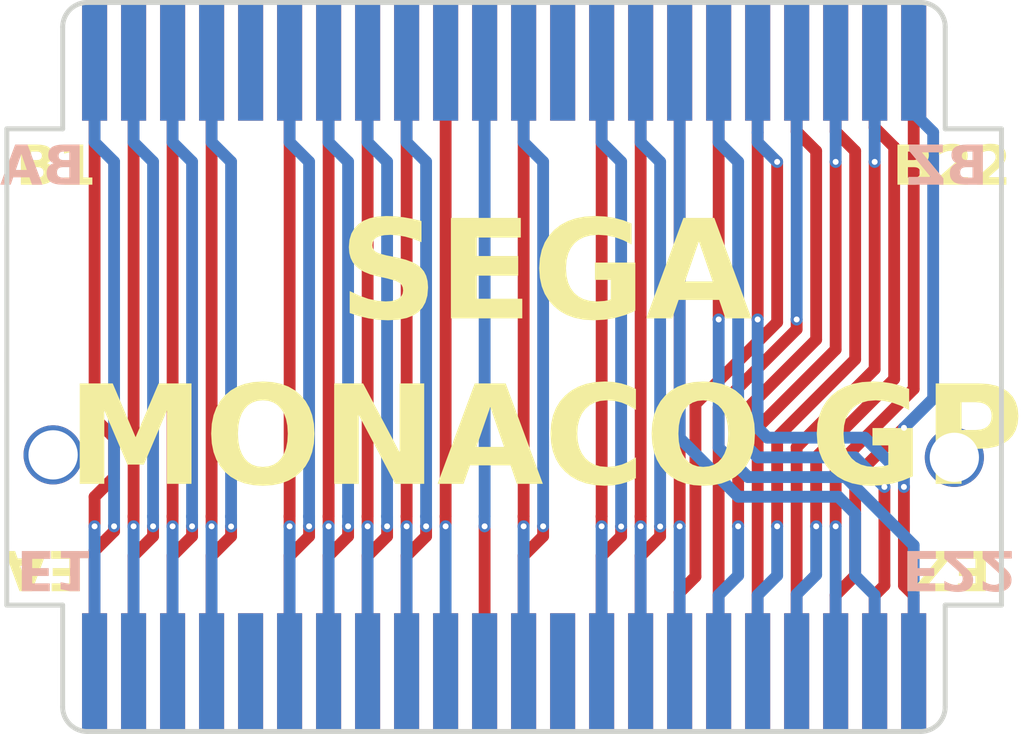
<source format=kicad_pcb>
(kicad_pcb (version 20241229) (generator "pcbnew") (generator_version "9.0")
  (layers (0 "F.Cu" signal) (2 "B.Cu" signal) (13 "F.Paste" user) (15 "B.Paste" user) (5 "F.SilkS" user "F.Silkscreen") (7 "B.SilkS" user "B.Silkscreen") (1 "F.Mask" user) (3 "B.Mask" user) (25 "Edge.Cuts" user))
  (net 0 "")
  (net 1 "/X22")
  (net 2 "/X21")
  (net 3 "/X37")
  (net 4 "/X12")
  (net 7 "/X23")
  (net 9 "/X18")
  (net 10 "/X36")
  (net 11 "/X31")
  (net 12 "/X42")
  (net 13 "/X1")
  (net 14 "/X41")
  (net 15 "/X39")
  (net 16 "/X9")
  (net 17 "/X19")
  (net 18 "/X43")
  (net 19 "/X44")
  (net 21 "/X3")
  (net 22 "/X28")
  (net 23 "/X24")
  (net 24 "/X34")
  (net 25 "/X14")
  (net 26 "/X38")
  (net 27 "/X20")
  (net 28 "/X40")
  (net 29 "/X30")
  (net 30 "/X10")
  (net 31 "/X4")
  (net 32 "/X6")
  (net 34 "/X33")
  (net 36 "/X17")
  (net 37 "/X25")
  (net 38 "/X29")
  (net 39 "/X2")
  (net 40 "/X15")
  (net 41 "/X8")
  (net 42 "/X16")
  (net 43 "/X7")
  (net 45 "/X26")
  (footprint "Library:Edge2x22_3.95mm_bottom" (layer "F.Cu") (at 52.77 74.69)
    (property "Reference" "E1" (hide yes))
    (property "Value" "Conn_02x22_Top_Bottom")
    (fp_line (start -46.8 -2.5) (end -46.8 -12.83) (stroke (width 0.5)) (layer "Edge.Cuts"))
    (fp_line (start -44.3 0) (end 40.3 0) (stroke (width 0.5)) (layer "Edge.Cuts"))
    (fp_line (start 42.8 -2.5) (end 42.8 -12.83) (stroke (width 0.5)) (layer "Edge.Cuts"))
    (fp_arc (start -44.3 0) (mid -46.067767 -0.732233) (end -46.8 -2.5) (stroke (width 0.5)) (layer "Edge.Cuts"))
    (fp_arc (start 42.8 -2.5) (mid 42.067767 -0.732233) (end 40.3 0) (stroke (width 0.5)) (layer "Edge.Cuts"))
    (pad "1" connect rect (at -43.56 -6) (size 2.54 12) (layers "B.Cu" "B.Mask") (net 13 "/X1"))
    (pad "2" connect rect (at -39.6 -6) (size 2.54 12) (layers "B.Cu" "B.Mask") (net 39 "/X2"))
    (pad "3" connect rect (at -35.64 -6) (size 2.54 12) (layers "B.Cu" "B.Mask") (net 21 "/X3"))
    (pad "4" connect rect (at -31.68 -6) (size 2.54 12) (layers "B.Cu" "B.Mask") (net 31 "/X4"))
    (pad "5" connect rect (at -27.72 -6) (size 2.54 12) (layers "B.Cu" "B.Mask"))
    (pad "6" connect rect (at -23.76 -6) (size 2.54 12) (layers "B.Cu" "B.Mask") (net 32 "/X6"))
    (pad "7" connect rect (at -19.8 -6) (size 2.54 12) (layers "B.Cu" "B.Mask") (net 43 "/X7"))
    (pad "8" connect rect (at -15.84 -6) (size 2.54 12) (layers "B.Cu" "B.Mask") (net 41 "/X8"))
    (pad "9" connect rect (at -11.88 -6) (size 2.54 12) (layers "B.Cu" "B.Mask") (net 16 "/X9"))
    (pad "10" connect rect (at -7.92 -6) (size 2.54 12) (layers "B.Cu" "B.Mask") (net 30 "/X10"))
    (pad "11" connect rect (at -3.96 -6) (size 2.54 12) (layers "B.Cu" "B.Mask"))
    (pad "12" connect rect (at 0 -6) (size 2.54 12) (layers "B.Cu" "B.Mask") (net 4 "/X12"))
    (pad "13" connect rect (at 3.96 -6) (size 2.54 12) (layers "B.Cu" "B.Mask"))
    (pad "14" connect rect (at 7.92 -6) (size 2.54 12) (layers "B.Cu" "B.Mask") (net 25 "/X14"))
    (pad "15" connect rect (at 11.88 -6) (size 2.54 12) (layers "B.Cu" "B.Mask") (net 40 "/X15"))
    (pad "16" connect rect (at 15.84 -6) (size 2.54 12) (layers "B.Cu" "B.Mask") (net 42 "/X16"))
    (pad "17" connect rect (at 19.8 -6) (size 2.54 12) (layers "B.Cu" "B.Mask") (net 36 "/X17"))
    (pad "18" connect rect (at 23.76 -6) (size 2.54 12) (layers "B.Cu" "B.Mask") (net 9 "/X18"))
    (pad "19" connect rect (at 27.72 -6) (size 2.54 12) (layers "B.Cu" "B.Mask") (net 17 "/X19"))
    (pad "20" connect rect (at 31.68 -6) (size 2.54 12) (layers "B.Cu" "B.Mask") (net 27 "/X20"))
    (pad "21" connect rect (at 35.64 -6) (size 2.54 12) (layers "B.Cu" "B.Mask") (net 2 "/X21"))
    (pad "22" connect rect (at 39.6 -6) (size 2.54 12) (layers "B.Cu" "B.Mask") (net 1 "/X22"))
    (pad "23" connect rect (at -43.56 -6) (size 2.54 12) (layers "F.Cu" "F.Mask") (net 7 "/X23"))
    (pad "24" connect rect (at -39.6 -6) (size 2.54 12) (layers "F.Cu" "F.Mask") (net 23 "/X24"))
    (pad "25" connect rect (at -35.64 -6) (size 2.54 12) (layers "F.Cu" "F.Mask") (net 37 "/X25"))
    (pad "26" connect rect (at -31.68 -6) (size 2.54 12) (layers "F.Cu" "F.Mask") (net 45 "/X26"))
    (pad "27" connect rect (at -27.72 -6) (size 2.54 12) (layers "F.Cu" "F.Mask"))
    (pad "28" connect rect (at -23.76 -6) (size 2.54 12) (layers "F.Cu" "F.Mask") (net 22 "/X28"))
    (pad "29" connect rect (at -19.8 -6) (size 2.54 12) (layers "F.Cu" "F.Mask") (net 38 "/X29"))
    (pad "30" connect rect (at -15.84 -6) (size 2.54 12) (layers "F.Cu" "F.Mask") (net 29 "/X30"))
    (pad "31" connect rect (at -11.88 -6) (size 2.54 12) (layers "F.Cu" "F.Mask") (net 11 "/X31"))
    (pad "32" connect rect (at -7.92 -6) (size 2.54 12) (layers "F.Cu" "F.Mask"))
    (pad "33" connect rect (at -3.96 -6) (size 2.54 12) (layers "F.Cu" "F.Mask") (net 34 "/X33"))
    (pad "34" connect rect (at 0 -6) (size 2.54 12) (layers "F.Cu" "F.Mask") (net 24 "/X34"))
    (pad "35" connect rect (at 3.96 -6) (size 2.54 12) (layers "F.Cu" "F.Mask"))
    (pad "36" connect rect (at 7.92 -6) (size 2.54 12) (layers "F.Cu" "F.Mask") (net 10 "/X36"))
    (pad "37" connect rect (at 11.88 -6) (size 2.54 12) (layers "F.Cu" "F.Mask") (net 3 "/X37"))
    (pad "38" connect rect (at 15.84 -6) (size 2.54 12) (layers "F.Cu" "F.Mask") (net 26 "/X38"))
    (pad "39" connect rect (at 19.8 -6) (size 2.54 12) (layers "F.Cu" "F.Mask") (net 15 "/X39"))
    (pad "40" connect rect (at 23.76 -6) (size 2.54 12) (layers "F.Cu" "F.Mask") (net 28 "/X40"))
    (pad "41" connect rect (at 27.72 -6) (size 2.54 12) (layers "F.Cu" "F.Mask") (net 14 "/X41"))
    (pad "42" connect rect (at 31.68 -6) (size 2.54 12) (layers "F.Cu" "F.Mask") (net 12 "/X42"))
    (pad "43" connect rect (at 35.64 -6) (size 2.54 12) (layers "F.Cu" "F.Mask") (net 18 "/X43"))
    (pad "44" connect rect (at 39.6 -6) (size 2.54 12) (layers "F.Cu" "F.Mask") (net 19 "/X44"))
  )
  (footprint "Library:Edge2x22_3.95mm_top" (layer "F.Cu") (at 52.773 12.677)
    (property "Reference" "B1" (hide yes))
    (property "Value" "Conn_02x22_Top_Bottom" (hide yes))
    (fp_line (start -46.8 -9.5) (end -46.8 0.83) (stroke (width 0.5)) (layer "Edge.Cuts"))
    (fp_line (start -44.3 -12) (end 40.3 -12) (stroke (width 0.5)) (layer "Edge.Cuts"))
    (fp_line (start 42.8 -9.5) (end 42.8 0.83) (stroke (width 0.5)) (layer "Edge.Cuts"))
    (fp_arc (start -46.8 -9.5) (mid -46.067767 -11.267767) (end -44.3 -12) (stroke (width 0.5)) (layer "Edge.Cuts"))
    (fp_arc (start 40.3 -12) (mid 42.067767 -11.267767) (end 42.8 -9.5) (stroke (width 0.5)) (layer "Edge.Cuts"))
    (pad "1" connect rect (at -43.56 -6) (size 2.54 12) (layers "F.Cu" "F.Mask") (net 13 "/X1"))
    (pad "2" connect rect (at -39.6 -6) (size 2.54 12) (layers "F.Cu" "F.Mask") (net 39 "/X2"))
    (pad "3" connect rect (at -35.64 -6) (size 2.54 12) (layers "F.Cu" "F.Mask") (net 21 "/X3"))
    (pad "4" connect rect (at -31.68 -6) (size 2.54 12) (layers "F.Cu" "F.Mask") (net 31 "/X4"))
    (pad "5" connect rect (at -27.72 -6) (size 2.54 12) (layers "F.Cu" "F.Mask"))
    (pad "6" connect rect (at -23.76 -6) (size 2.54 12) (layers "F.Cu" "F.Mask") (net 32 "/X6"))
    (pad "7" connect rect (at -19.8 -6) (size 2.54 12) (layers "F.Cu" "F.Mask") (net 43 "/X7"))
    (pad "8" connect rect (at -15.84 -6) (size 2.54 12) (layers "F.Cu" "F.Mask") (net 41 "/X8"))
    (pad "9" connect rect (at -11.88 -6) (size 2.54 12) (layers "F.Cu" "F.Mask") (net 16 "/X9"))
    (pad "10" connect rect (at -7.92 -6) (size 2.54 12) (layers "F.Cu" "F.Mask") (net 30 "/X10"))
    (pad "11" connect rect (at -3.96 -6) (size 2.54 12) (layers "F.Cu" "F.Mask"))
    (pad "12" connect rect (at 0 -6) (size 2.54 12) (layers "F.Cu" "F.Mask") (net 4 "/X12"))
    (pad "13" connect rect (at 3.96 -6) (size 2.54 12) (layers "F.Cu" "F.Mask"))
    (pad "14" connect rect (at 7.92 -6) (size 2.54 12) (layers "F.Cu" "F.Mask") (net 25 "/X14"))
    (pad "15" connect rect (at 11.88 -6) (size 2.54 12) (layers "F.Cu" "F.Mask") (net 40 "/X15"))
    (pad "16" connect rect (at 15.84 -6) (size 2.54 12) (layers "F.Cu" "F.Mask") (net 42 "/X16"))
    (pad "17" connect rect (at 19.8 -6) (size 2.54 12) (layers "F.Cu" "F.Mask") (net 1 "/X22"))
    (pad "18" connect rect (at 23.76 -6) (size 2.54 12) (layers "F.Cu" "F.Mask") (net 19 "/X44"))
    (pad "19" connect rect (at 27.72 -6) (size 2.54 12) (layers "F.Cu" "F.Mask") (net 36 "/X17"))
    (pad "20" connect rect (at 31.68 -6) (size 2.54 12) (layers "F.Cu" "F.Mask") (net 9 "/X18"))
    (pad "21" connect rect (at 35.64 -6) (size 2.54 12) (layers "F.Cu" "F.Mask") (net 17 "/X19"))
    (pad "22" connect rect (at 39.6 -6) (size 2.54 12) (layers "F.Cu" "F.Mask") (net 27 "/X20"))
    (pad "23" connect rect (at -43.56 -6) (size 2.54 12) (layers "B.Cu" "B.Mask") (net 7 "/X23"))
    (pad "24" connect rect (at -39.6 -6) (size 2.54 12) (layers "B.Cu" "B.Mask") (net 23 "/X24"))
    (pad "25" connect rect (at -35.64 -6) (size 2.54 12) (layers "B.Cu" "B.Mask") (net 37 "/X25"))
    (pad "26" connect rect (at -31.68 -6) (size 2.54 12) (layers "B.Cu" "B.Mask") (net 45 "/X26"))
    (pad "27" connect rect (at -27.72 -6) (size 2.54 12) (layers "B.Cu" "B.Mask"))
    (pad "28" connect rect (at -23.76 -6) (size 2.54 12) (layers "B.Cu" "B.Mask") (net 22 "/X28"))
    (pad "29" connect rect (at -19.8 -6) (size 2.54 12) (layers "B.Cu" "B.Mask") (net 38 "/X29"))
    (pad "30" connect rect (at -15.84 -6) (size 2.54 12) (layers "B.Cu" "B.Mask") (net 29 "/X30"))
    (pad "31" connect rect (at -11.88 -6) (size 2.54 12) (layers "B.Cu" "B.Mask") (net 11 "/X31"))
    (pad "32" connect rect (at -7.92 -6) (size 2.54 12) (layers "B.Cu" "B.Mask"))
    (pad "33" connect rect (at -3.96 -6) (size 2.54 12) (layers "B.Cu" "B.Mask") (net 34 "/X33"))
    (pad "34" connect rect (at 0 -6) (size 2.54 12) (layers "B.Cu" "B.Mask") (net 24 "/X34"))
    (pad "35" connect rect (at 3.96 -6) (size 2.54 12) (layers "B.Cu" "B.Mask"))
    (pad "36" connect rect (at 7.92 -6) (size 2.54 12) (layers "B.Cu" "B.Mask") (net 10 "/X36"))
    (pad "37" connect rect (at 11.88 -6) (size 2.54 12) (layers "B.Cu" "B.Mask") (net 3 "/X37"))
    (pad "38" connect rect (at 15.84 -6) (size 2.54 12) (layers "B.Cu" "B.Mask") (net 2 "/X21"))
    (pad "39" connect rect (at 19.8 -6) (size 2.54 12) (layers "B.Cu" "B.Mask") (net 18 "/X43"))
    (pad "40" connect rect (at 23.76 -6) (size 2.54 12) (layers "B.Cu" "B.Mask") (net 26 "/X38"))
    (pad "41" connect rect (at 27.72 -6) (size 2.54 12) (layers "B.Cu" "B.Mask") (net 15 "/X39"))
    (pad "42" connect rect (at 31.68 -6) (size 2.54 12) (layers "B.Cu" "B.Mask") (net 28 "/X40"))
    (pad "43" connect rect (at 35.64 -6) (size 2.54 12) (layers "B.Cu" "B.Mask") (net 14 "/X41"))
    (pad "44" connect rect (at 39.6 -6) (size 2.54 12) (layers "B.Cu" "B.Mask") (net 12 "/X42"))
  )
  (gr_line (start 95.573 13.507) (end 101.283 13.507) (stroke (width 0.5)) (layer "Edge.Cuts"))
  (gr_line (start 95.57 61.86) (end 101.28 61.86) (stroke (width 0.5)) (layer "Edge.Cuts"))
  (gr_line (start 5.973 13.507) (end 0.303 13.507) (stroke (width 0.5)) (layer "Edge.Cuts"))
  (gr_line (start 5.97 61.86) (end 0.3 61.86) (stroke (width 0.5)) (layer "Edge.Cuts"))
  (gr_line (start 0.303 13.507) (end 0.3 61.86) (stroke (width 0.5)) (layer "Edge.Cuts"))
  (gr_line (start 101.283 13.507) (end 101.28 61.86) (stroke (width 0.5)) (layer "Edge.Cuts"))
  (gr_text "SEGA\nMONACO GP" (at 55 37 0) (layer "F.SilkS") (effects (font (size 10 10) (thickness 1) (bold yes))))
  (gr_text "B1" (at 1.21 19.86 0) (layer "F.SilkS") (effects (font (size 4 4) (thickness 32) (bold yes)) (justify left bottom)))
  (gr_text "EA" (at 8.21 55.69 180) (layer "F.SilkS") (effects (font (size 4 4) (thickness 32) (bold yes)) (justify left bottom)))
  (gr_text "EZ" (at 100.21 55.69 180) (layer "F.SilkS") (effects (font (size 4 4) (thickness 32) (bold yes)) (justify left bottom)))
  (gr_text "B22" (at 90.21 19.86 0) (layer "F.SilkS") (effects (font (size 4 4) (thickness 32) (bold yes)) (justify left bottom)))
  (gr_text "BA" (at 8.21 19.86 0) (layer "B.SilkS") (effects (font (size 4 4) (thickness 1) (bold yes)) (justify left bottom mirror)))
  (gr_text "E22" (at 91.21 55.69 180) (layer "B.SilkS") (effects (font (size 4 4) (thickness 1) (bold yes)) (justify left bottom mirror)))
  (gr_text "BZ" (at 99.91 19.86 0) (layer "B.SilkS") (effects (font (size 4 4) (thickness 1) (bold yes)) (justify left bottom mirror)))
  (gr_text "E1" (at 1.31 55.69 180) (layer "B.SilkS") (effects (font (size 4 4) (thickness 1) (bold yes)) (justify left bottom mirror)))
  (via (at 5 46.607) (size 6) (drill 5) (layers "F.Cu" "B.Cu") (net 0))
  (via (at 96.5 46.86) (size 6) (drill 5) (layers "F.Cu" "B.Cu") (net 0))
  (segment (start 72.573 32.86) (end 72.573 6.677) (width 1.2) (layer "F.Cu") (net 1))
  (via (at 72.573 32.86) (size 1.2) (drill 0.6) (layers "F.Cu" "B.Cu") (net 1))
  (segment (start 92.37 55.79) (end 92.37 68.69) (width 1.2) (layer "B.Cu") (net 1))
  (segment (start 72.573 32.86) (end 72.573 45.883) (width 1.2) (layer "B.Cu") (net 1))
  (segment (start 75.55 48.86) (end 85.44 48.86) (width 1.2) (layer "B.Cu") (net 1))
  (segment (start 85.44 48.86) (end 92.37 55.79) (width 1.2) (layer "B.Cu") (net 1))
  (segment (start 72.573 45.883) (end 75.55 48.86) (width 1.2) (layer "B.Cu") (net 1))
  (segment (start 88.41 68.69) (end 88.41 60.85) (width 1.2) (layer "B.Cu") (net 2))
  (segment (start 74.57 50.86) (end 68.613 44.903) (width 1.2) (layer "B.Cu") (net 2))
  (segment (start 68.613 44.903) (end 68.613 6.677) (width 1.2) (layer "B.Cu") (net 2))
  (segment (start 84.714156 50.86) (end 74.57 50.86) (width 1.2) (layer "B.Cu") (net 2))
  (segment (start 86.43 58.87) (end 86.43 52.575844) (width 1.2) (layer "B.Cu") (net 2))
  (segment (start 86.43 52.575844) (end 84.714156 50.86) (width 1.2) (layer "B.Cu") (net 2))
  (segment (start 88.41 60.85) (end 86.43 58.87) (width 1.2) (layer "B.Cu") (net 2))
  (segment (start 66.63 54.875) (end 64.65 56.855) (width 1.2) (layer "F.Cu") (net 3))
  (segment (start 64.65 56.855) (end 64.65 68.69) (width 1.2) (layer "F.Cu") (net 3))
  (segment (start 66.63 53.88) (end 66.63 54.875) (width 1.2) (layer "F.Cu") (net 3))
  (via (at 66.63 53.88) (size 1.2) (drill 0.6) (layers "F.Cu" "B.Cu") (net 3))
  (segment (start 66.63 16.855) (end 64.653 14.878) (width 1.2) (layer "B.Cu") (net 3))
  (segment (start 64.653 14.878) (end 64.653 6.677) (width 1.2) (layer "B.Cu") (net 3))
  (segment (start 66.63 53.88) (end 66.63 16.855) (width 1.2) (layer "B.Cu") (net 3))
  (segment (start 52.77 53.86) (end 52.77 52.86) (width 1.2) (layer "F.Cu") (net 4))
  (segment (start 52.773 52.857) (end 52.773 6.677) (width 1.2) (layer "F.Cu") (net 4))
  (segment (start 52.77 52.86) (end 52.773 52.857) (width 1.2) (layer "F.Cu") (net 4))
  (via (at 52.77 53.86) (size 1.2) (drill 0.6) (layers "F.Cu" "B.Cu") (net 4))
  (segment (start 52.77 53.86) (end 52.77 68.69) (width 1.2) (layer "B.Cu") (net 4))
  (segment (start 9.21 56.35) (end 9.21 68.69) (width 1.2) (layer "F.Cu") (net 7))
  (segment (start 11.19 53.86) (end 11.19 54.37) (width 1.2) (layer "F.Cu") (net 7))
  (segment (start 11.19 54.37) (end 9.21 56.35) (width 1.2) (layer "F.Cu") (net 7))
  (via (at 11.19 53.86) (size 1.2) (drill 0.6) (layers "F.Cu" "B.Cu") (net 7))
  (segment (start 11.19 16.85) (end 9.213 14.873) (width 1.2) (layer "B.Cu") (net 7))
  (segment (start 9.213 14.873) (end 9.213 6.677) (width 1.2) (layer "B.Cu") (net 7))
  (segment (start 11.19 53.86) (end 11.19 16.85) (width 1.2) (layer "B.Cu") (net 7))
  (segment (start 86.43 36.91) (end 86.43 15.764) (width 1.2) (layer "F.Cu") (net 9))
  (segment (start 86.43 15.764) (end 84.453 13.787) (width 1.2) (layer "F.Cu") (net 9))
  (segment (start 84.453 13.787) (end 84.453 6.677) (width 1.2) (layer "F.Cu") (net 9))
  (segment (start 78.51 44.83) (end 86.43 36.91) (width 1.2) (layer "F.Cu") (net 9))
  (segment (start 78.51 53.86) (end 78.51 44.83) (width 1.2) (layer "F.Cu") (net 9))
  (via (at 78.51 53.86) (size 1.2) (drill 0.6) (layers "F.Cu" "B.Cu") (net 9))
  (segment (start 76.53 60.84) (end 76.53 68.69) (width 1.2) (layer "B.Cu") (net 9))
  (segment (start 78.51 58.86) (end 76.53 60.84) (width 1.2) (layer "B.Cu") (net 9))
  (segment (start 78.51 53.86) (end 78.51 58.86) (width 1.2) (layer "B.Cu") (net 9))
  (segment (start 62.67 53.88) (end 62.67 54.875) (width 1.2) (layer "F.Cu") (net 10))
  (segment (start 62.67 54.875) (end 60.69 56.855) (width 1.2) (layer "F.Cu") (net 10))
  (segment (start 60.69 56.855) (end 60.69 68.69) (width 1.2) (layer "F.Cu") (net 10))
  (via (at 62.67 53.88) (size 1.2) (drill 0.6) (layers "F.Cu" "B.Cu") (net 10))
  (segment (start 60.69 14.87) (end 60.69 6.86) (width 1.2) (layer "B.Cu") (net 10))
  (segment (start 60.693 6.857) (end 60.693 6.677) (width 1.2) (layer "B.Cu") (net 10))
  (segment (start 62.67 16.85) (end 60.69 14.87) (width 1.2) (layer "B.Cu") (net 10))
  (segment (start 62.67 53.88) (end 62.67 16.85) (width 1.2) (layer "B.Cu") (net 10))
  (segment (start 60.69 6.86) (end 60.693 6.857) (width 1.2) (layer "B.Cu") (net 10))
  (segment (start 40.89 56.855) (end 40.89 68.69) (width 1.2) (layer "F.Cu") (net 11))
  (segment (start 42.87 53.86) (end 42.87 54.875) (width 1.2) (layer "F.Cu") (net 11))
  (segment (start 42.87 54.875) (end 40.89 56.855) (width 1.2) (layer "F.Cu") (net 11))
  (via (at 42.87 53.86) (size 1.2) (drill 0.6) (layers "F.Cu" "B.Cu") (net 11))
  (segment (start 42.87 53.86) (end 42.87 52.86) (width 1.2) (layer "B.Cu") (net 11))
  (segment (start 42.8685 16.8485) (end 40.8915 14.8715) (width 1.2) (layer "B.Cu") (net 11))
  (segment (start 42.8685 52.8585) (end 42.8685 16.8485) (width 1.2) (layer "B.Cu") (net 11))
  (segment (start 42.87 52.86) (end 42.8685 52.8585) (width 1.2) (layer "B.Cu") (net 11))
  (segment (start 40.8915 14.8715) (end 40.8915 6.6655) (width 1.2) (layer "B.Cu") (net 11))
  (segment (start 86.43 58.87) (end 84.45 60.85) (width 1.2) (layer "F.Cu") (net 12))
  (segment (start 91.385 43.865) (end 86.43 48.82) (width 1.2) (layer "F.Cu") (net 12))
  (segment (start 86.43 48.82) (end 86.43 58.87) (width 1.2) (layer "F.Cu") (net 12))
  (segment (start 84.45 60.85) (end 84.45 68.69) (width 1.2) (layer "F.Cu") (net 12))
  (via (at 91.385 43.865) (size 1.2) (drill 0.6) (layers "F.Cu" "B.Cu") (net 12))
  (segment (start 94.35 13.86) (end 92.373 11.883) (width 1.2) (layer "B.Cu") (net 12))
  (segment (start 92.373 11.883) (end 92.373 6.677) (width 1.2) (layer "B.Cu") (net 12))
  (segment (start 91.385 43.865) (end 94.35 40.9) (width 1.2) (layer "B.Cu") (net 12))
  (segment (start 94.35 40.9) (end 94.35 13.86) (width 1.2) (layer "B.Cu") (net 12))
  (segment (start 11.19 44.86) (end 9.213 42.883) (width 1.2) (layer "F.Cu") (net 13))
  (segment (start 9.213 50.86) (end 11.19 48.883) (width 1.2) (layer "F.Cu") (net 13))
  (segment (start 11.19 48.883) (end 11.19 44.86) (width 1.2) (layer "F.Cu") (net 13))
  (segment (start 9.213 53.857) (end 9.213 50.86) (width 1.2) (layer "F.Cu") (net 13))
  (segment (start 9.21 53.86) (end 9.213 53.857) (width 1.2) (layer "F.Cu") (net 13))
  (segment (start 9.213 42.883) (end 9.213 6.677) (width 1.2) (layer "F.Cu") (net 13))
  (via (at 9.21 53.86) (size 1.2) (drill 0.6) (layers "F.Cu" "B.Cu") (net 13))
  (segment (start 9.21 53.86) (end 9.21 68.69) (width 1.2) (layer "B.Cu") (net 13))
  (segment (start 88.41 37.91) (end 80.49 45.83) (width 1.2) (layer "F.Cu") (net 14))
  (segment (start 88.41 16.86) (end 88.41 37.91) (width 1.2) (layer "F.Cu") (net 14))
  (segment (start 80.49 45.83) (end 80.49 68.69) (width 1.2) (layer "F.Cu") (net 14))
  (via (at 88.41 16.86) (size 1.2) (drill 0.6) (layers "F.Cu" "B.Cu") (net 14))
  (segment (start 88.41 16.86) (end 88.41 11.88) (width 1.2) (layer "B.Cu") (net 14))
  (segment (start 88.41 11.88) (end 88.413 11.877) (width 1.2) (layer "B.Cu") (net 14))
  (segment (start 88.413 11.877) (end 88.413 6.677) (width 1.2) (layer "B.Cu") (net 14))
  (segment (start 80.49 33.86) (end 72.57 41.78) (width 1.2) (layer "F.Cu") (net 15))
  (segment (start 80.49 32.86) (end 80.49 33.86) (width 1.2) (layer "F.Cu") (net 15))
  (segment (start 72.57 41.78) (end 72.57 68.69) (width 1.2) (layer "F.Cu") (net 15))
  (via (at 80.49 32.86) (size 1.2) (drill 0.6) (layers "F.Cu" "B.Cu") (net 15))
  (segment (start 80.493 6.677) (end 80.493 32.857) (width 1.2) (layer "B.Cu") (net 15))
  (segment (start 80.493 32.857) (end 80.49 32.86) (width 1.2) (layer "B.Cu") (net 15))
  (segment (start 40.89 53.86) (end 40.89 52.86) (width 1.2) (layer "F.Cu") (net 16))
  (segment (start 40.893 52.857) (end 40.893 6.677) (width 1.2) (layer "F.Cu") (net 16))
  (segment (start 40.89 52.86) (end 40.893 52.857) (width 1.2) (layer "F.Cu") (net 16))
  (via (at 40.89 53.86) (size 1.2) (drill 0.6) (layers "F.Cu" "B.Cu") (net 16))
  (segment (start 40.89 53.86) (end 40.89 68.69) (width 1.2) (layer "B.Cu") (net 16))
  (segment (start 90.39 38.91) (end 90.39 15.355) (width 1.2) (layer "F.Cu") (net 17))
  (segment (start 88.41 13.375) (end 88.41 6.68) (width 1.2) (layer "F.Cu") (net 17))
  (segment (start 90.39 15.355) (end 88.41 13.375) (width 1.2) (layer "F.Cu") (net 17))
  (segment (start 88.41 6.68) (end 88.413 6.677) (width 1.2) (layer "F.Cu") (net 17))
  (segment (start 82.47 53.86) (end 82.47 46.83) (width 1.2) (layer "F.Cu") (net 17))
  (segment (start 82.47 46.83) (end 90.39 38.91) (width 1.2) (layer "F.Cu") (net 17))
  (via (at 82.47 53.86) (size 1.2) (drill 0.6) (layers "F.Cu" "B.Cu") (net 17))
  (segment (start 82.47 58.78) (end 80.49 60.76) (width 1.2) (layer "B.Cu") (net 17))
  (segment (start 82.47 53.86) (end 82.47 58.78) (width 1.2) (layer "B.Cu") (net 17))
  (segment (start 80.49 60.76) (end 80.49 68.69) (width 1.2) (layer "B.Cu") (net 17))
  (segment (start 88.41 60.85) (end 89.4 59.86) (width 1.2) (layer "F.Cu") (net 18))
  (segment (start 89.4 59.86) (end 89.4 49.86) (width 1.2) (layer "F.Cu") (net 18))
  (segment (start 88.41 68.69) (end 88.41 60.85) (width 1.2) (layer "F.Cu") (net 18))
  (via (at 89.4 49.86) (size 1.2) (drill 0.6) (layers "F.Cu" "B.Cu") (net 18))
  (segment (start 76.54 46.86) (end 86.41 46.86) (width 1.2) (layer "B.Cu") (net 18))
  (segment (start 74.55 16.85) (end 74.55 44.87) (width 1.2) (layer "B.Cu") (net 18))
  (segment (start 86.41 46.86) (end 89.4 49.85) (width 1.2) (layer "B.Cu") (net 18))
  (segment (start 72.573 14.873) (end 74.55 16.85) (width 1.2) (layer "B.Cu") (net 18))
  (segment (start 72.573 6.677) (end 72.573 14.873) (width 1.2) (layer "B.Cu") (net 18))
  (segment (start 74.55 44.87) (end 76.54 46.86) (width 1.2) (layer "B.Cu") (net 18))
  (segment (start 89.4 49.85) (end 89.4 49.86) (width 1.2) (layer "B.Cu") (net 18))
  (segment (start 92.37 60.85) (end 92.37 68.69) (width 1.2) (layer "F.Cu") (net 19))
  (segment (start 76.533 32.857) (end 76.53 32.86) (width 1.2) (layer "F.Cu") (net 19))
  (segment (start 91.38 59.86) (end 92.37 60.85) (width 1.2) (layer "F.Cu") (net 19))
  (segment (start 76.533 6.677) (end 76.533 32.857) (width 1.2) (layer "F.Cu") (net 19))
  (segment (start 91.38 49.86) (end 91.38 59.86) (width 1.2) (layer "F.Cu") (net 19))
  (via (at 91.38 49.86) (size 1.2) (drill 0.6) (layers "F.Cu" "B.Cu") (net 19))
  (via (at 76.53 32.86) (size 1.2) (drill 0.6) (layers "F.Cu" "B.Cu") (net 19))
  (segment (start 91.38 49.86) (end 91.38 48.84) (width 1.2) (layer "B.Cu") (net 19))
  (segment (start 87.4 44.86) (end 77.52 44.86) (width 1.2) (layer "B.Cu") (net 19))
  (segment (start 91.38 48.84) (end 87.4 44.86) (width 1.2) (layer "B.Cu") (net 19))
  (segment (start 76.53 43.87) (end 76.53 32.86) (width 1.2) (layer "B.Cu") (net 19))
  (segment (start 77.52 44.86) (end 76.53 43.87) (width 1.2) (layer "B.Cu") (net 19))
  (segment (start 17.13 53.86) (end 17.13 52.86) (width 1.2) (layer "F.Cu") (net 21))
  (segment (start 17.13 52.86) (end 17.133 52.857) (width 1.2) (layer "F.Cu") (net 21))
  (segment (start 17.133 52.857) (end 17.133 6.677) (width 1.2) (layer "F.Cu") (net 21))
  (via (at 17.13 53.86) (size 1.2) (drill 0.6) (layers "F.Cu" "B.Cu") (net 21))
  (segment (start 17.13 53.86) (end 17.13 68.69) (width 1.2) (layer "B.Cu") (net 21))
  (segment (start 29.01 56.855) (end 29.01 68.69) (width 1.2) (layer "F.Cu") (net 22))
  (segment (start 30.99 53.86) (end 30.99 54.875) (width 1.2) (layer "F.Cu") (net 22))
  (segment (start 30.99 54.875) (end 29.01 56.855) (width 1.2) (layer "F.Cu") (net 22))
  (via (at 30.99 53.86) (size 1.2) (drill 0.6) (layers "F.Cu" "B.Cu") (net 22))
  (segment (start 30.99 52.86) (end 30.9885 52.8585) (width 1.2) (layer "B.Cu") (net 22))
  (segment (start 30.99 53.86) (end 30.99 52.86) (width 1.2) (layer "B.Cu") (net 22))
  (segment (start 30.9885 16.8485) (end 29.0115 14.8715) (width 1.2) (layer "B.Cu") (net 22))
  (segment (start 29.0115 14.8715) (end 29.0115 6.6655) (width 1.2) (layer "B.Cu") (net 22))
  (segment (start 30.9885 52.8585) (end 30.9885 16.8485) (width 1.2) (layer "B.Cu") (net 22))
  (segment (start 15.15 53.86) (end 15.15 54.875) (width 1.2) (layer "F.Cu") (net 23))
  (segment (start 15.15 54.875) (end 13.17 56.855) (width 1.2) (layer "F.Cu") (net 23))
  (segment (start 13.17 56.855) (end 13.17 68.69) (width 1.2) (layer "F.Cu") (net 23))
  (via (at 15.15 53.86) (size 1.2) (drill 0.6) (layers "F.Cu" "B.Cu") (net 23))
  (segment (start 15.15 52.86) (end 15.1485 52.8585) (width 1.2) (layer "B.Cu") (net 23))
  (segment (start 15.1485 16.8485) (end 13.1715 14.8715) (width 1.2) (layer "B.Cu") (net 23))
  (segment (start 15.15 53.86) (end 15.15 52.86) (width 1.2) (layer "B.Cu") (net 23))
  (segment (start 13.1715 14.8715) (end 13.1715 6.6655) (width 1.2) (layer "B.Cu") (net 23))
  (segment (start 15.1485 52.8585) (end 15.1485 16.8485) (width 1.2) (layer "B.Cu") (net 23))
  (segment (start 54.75 54.87) (end 52.77 56.85) (width 1.2) (layer "F.Cu") (net 24))
  (segment (start 52.77 56.85) (end 52.77 68.69) (width 1.2) (layer "F.Cu") (net 24))
  (segment (start 54.75 53.86) (end 54.75 54.87) (width 1.2) (layer "F.Cu") (net 24))
  (via (at 54.75 53.86) (size 1.2) (drill 0.6) (layers "F.Cu" "B.Cu") (net 24))
  (segment (start 52.7715 12.8715) (end 52.7715 6.6655) (width 1.2) (layer "B.Cu") (net 24))
  (segment (start 54.75 53.86) (end 54.75 16.85) (width 1.2) (layer "B.Cu") (net 24))
  (segment (start 54.75 16.85) (end 52.773 14.873) (width 1.2) (layer "B.Cu") (net 24))
  (segment (start 52.773 14.873) (end 52.773 6.677) (width 1.2) (layer "B.Cu") (net 24))
  (segment (start 60.69 52.86) (end 60.693 52.857) (width 1.2) (layer "F.Cu") (net 25))
  (segment (start 60.693 52.857) (end 60.693 6.677) (width 1.2) (layer "F.Cu") (net 25))
  (segment (start 60.69 53.86) (end 60.69 52.86) (width 1.2) (layer "F.Cu") (net 25))
  (via (at 60.69 53.86) (size 1.2) (drill 0.6) (layers "F.Cu" "B.Cu") (net 25))
  (segment (start 60.69 53.86) (end 60.69 68.69) (width 1.2) (layer "B.Cu") (net 25))
  (segment (start 78.51 33.144156) (end 70.214 41.440156) (width 1.2) (layer "F.Cu") (net 26))
  (segment (start 68.61 60.572) (end 68.61 68.69) (width 1.2) (layer "F.Cu") (net 26))
  (segment (start 70.214 58.968) (end 68.61 60.572) (width 1.2) (layer "F.Cu") (net 26))
  (segment (start 78.51 16.86) (end 78.51 33.144156) (width 1.2) (layer "F.Cu") (net 26))
  (segment (start 70.214 41.440156) (end 70.214 58.968) (width 1.2) (layer "F.Cu") (net 26))
  (via (at 78.51 16.86) (size 1.2) (drill 0.6) (layers "F.Cu" "B.Cu") (net 26))
  (segment (start 76.533 13.878) (end 76.533 6.677) (width 1.2) (layer "B.Cu") (net 26))
  (segment (start 76.533 14.883) (end 78.51 16.86) (width 1.2) (layer "B.Cu") (net 26))
  (segment (start 76.533 13.878) (end 76.533 14.883) (width 1.2) (layer "B.Cu") (net 26))
  (segment (start 76.53 13.881) (end 76.533 13.878) (width 1.2) (layer "B.Cu") (net 26))
  (segment (start 84.45 47.84) (end 92.373 39.917) (width 1.2) (layer "F.Cu") (net 27))
  (segment (start 92.373 39.917) (end 92.373 6.677) (width 1.2) (layer "F.Cu") (net 27))
  (segment (start 84.45 53.86) (end 84.45 47.84) (width 1.2) (layer "F.Cu") (net 27))
  (via (at 84.45 53.86) (size 1.2) (drill 0.6) (layers "F.Cu" "B.Cu") (net 27))
  (segment (start 84.45 53.86) (end 84.45 68.69) (width 1.2) (layer "B.Cu") (net 27))
  (segment (start 84.45 16.86) (end 84.45 35.91) (width 1.2) (layer "F.Cu") (net 28))
  (segment (start 76.53 43.83) (end 76.53 68.69) (width 1.2) (layer "F.Cu") (net 28))
  (segment (start 84.45 35.91) (end 76.53 43.83) (width 1.2) (layer "F.Cu") (net 28))
  (via (at 84.45 16.86) (size 1.2) (drill 0.6) (layers "F.Cu" "B.Cu") (net 28))
  (segment (start 84.45 16.86) (end 84.45 11.88) (width 1.2) (layer "B.Cu") (net 28))
  (segment (start 84.45 11.88) (end 84.453 11.877) (width 1.2) (layer "B.Cu") (net 28))
  (segment (start 84.453 11.877) (end 84.453 6.677) (width 1.2) (layer "B.Cu") (net 28))
  (segment (start 38.91 53.86) (end 38.91 54.875) (width 1.2) (layer "F.Cu") (net 29))
  (segment (start 38.91 54.875) (end 36.93 56.855) (width 1.2) (layer "F.Cu") (net 29))
  (segment (start 36.93 56.855) (end 36.93 68.69) (width 1.2) (layer "F.Cu") (net 29))
  (via (at 38.91 53.86) (size 1.2) (drill 0.6) (layers "F.Cu" "B.Cu") (net 29))
  (segment (start 38.9085 16.8485) (end 36.9315 14.8715) (width 1.2) (layer "B.Cu") (net 29))
  (segment (start 36.9315 14.8715) (end 36.9315 6.6655) (width 1.2) (layer "B.Cu") (net 29))
  (segment (start 38.91 53.86) (end 38.91 52.86) (width 1.2) (layer "B.Cu") (net 29))
  (segment (start 38.9085 52.8585) (end 38.9085 16.8485) (width 1.2) (layer "B.Cu") (net 29))
  (segment (start 38.91 52.86) (end 38.9085 52.8585) (width 1.2) (layer "B.Cu") (net 29))
  (segment (start 44.85 52.86) (end 44.853 52.857) (width 1.2) (layer "F.Cu") (net 30))
  (segment (start 44.853 52.857) (end 44.853 6.677) (width 1.2) (layer "F.Cu") (net 30))
  (segment (start 44.85 53.86) (end 44.85 52.86) (width 1.2) (layer "F.Cu") (net 30))
  (via (at 44.85 53.86) (size 1.2) (drill 0.6) (layers "F.Cu" "B.Cu") (net 30))
  (segment (start 44.85 53.86) (end 44.85 68.69) (width 1.2) (layer "B.Cu") (net 30))
  (segment (start 21.09 52.86) (end 21.093 52.857) (width 1.2) (layer "F.Cu") (net 31))
  (segment (start 21.09 53.86) (end 21.09 52.86) (width 1.2) (layer "F.Cu") (net 31))
  (segment (start 21.093 52.857) (end 21.093 6.677) (width 1.2) (layer "F.Cu") (net 31))
  (via (at 21.09 53.86) (size 1.2) (drill 0.6) (layers "F.Cu" "B.Cu") (net 31))
  (segment (start 21.09 53.86) (end 21.09 68.69) (width 1.2) (layer "B.Cu") (net 31))
  (segment (start 29.01 53.86) (end 29.01 52.86) (width 1.2) (layer "F.Cu") (net 32))
  (segment (start 29.01 52.86) (end 29.013 52.857) (width 1.2) (layer "F.Cu") (net 32))
  (segment (start 29.013 52.857) (end 29.013 6.677) (width 1.2) (layer "F.Cu") (net 32))
  (via (at 29.01 53.86) (size 1.2) (drill 0.6) (layers "F.Cu" "B.Cu") (net 32))
  (segment (start 29.01 53.86) (end 29.01 68.69) (width 1.2) (layer "B.Cu") (net 32))
  (segment (start 48.81 53.86) (end 48.81 68.69) (width 1.2) (layer "F.Cu") (net 34))
  (via (at 48.81 53.86) (size 1.2) (drill 0.6) (layers "F.Cu" "B.Cu") (net 34))
  (segment (start 48.81 53.86) (end 48.81 52.86) (width 1.2) (layer "B.Cu") (net 34))
  (segment (start 48.81 52.86) (end 48.813 52.857) (width 1.2) (layer "B.Cu") (net 34))
  (segment (start 48.813 52.857) (end 48.813 6.677) (width 1.2) (layer "B.Cu") (net 34))
  (segment (start 82.47 15.764) (end 80.493 13.787) (width 1.2) (layer "F.Cu") (net 36))
  (segment (start 74.55 53.86) (end 74.55 42.83) (width 1.2) (layer "F.Cu") (net 36))
  (segment (start 80.493 13.787) (end 80.493 6.677) (width 1.2) (layer "F.Cu") (net 36))
  (segment (start 74.55 42.83) (end 82.47 34.91) (width 1.2) (layer "F.Cu") (net 36))
  (segment (start 82.47 34.91) (end 82.47 15.764) (width 1.2) (layer "F.Cu") (net 36))
  (via (at 74.55 53.86) (size 1.2) (drill 0.6) (layers "F.Cu" "B.Cu") (net 36))
  (segment (start 72.57 60.84) (end 72.57 68.69) (width 1.2) (layer "B.Cu") (net 36))
  (segment (start 74.55 53.86) (end 74.55 58.86) (width 1.2) (layer "B.Cu") (net 36))
  (segment (start 74.55 58.86) (end 72.57 60.84) (width 1.2) (layer "B.Cu") (net 36))
  (segment (start 19.11 54.87) (end 17.13 56.85) (width 1.2) (layer "F.Cu") (net 37))
  (segment (start 17.13 56.85) (end 17.13 68.69) (width 1.2) (layer "F.Cu") (net 37))
  (segment (start 19.11 53.86) (end 19.11 54.87) (width 1.2) (layer "F.Cu") (net 37))
  (via (at 19.11 53.86) (size 1.2) (drill 0.6) (layers "F.Cu" "B.Cu") (net 37))
  (segment (start 19.1085 16.8485) (end 17.1315 14.8715) (width 1.2) (layer "B.Cu") (net 37))
  (segment (start 19.11 53.86) (end 19.11 52.86) (width 1.2) (layer "B.Cu") (net 37))
  (segment (start 17.1315 14.8715) (end 17.1315 6.6655) (width 1.2) (layer "B.Cu") (net 37))
  (segment (start 19.11 52.86) (end 19.1085 52.8585) (width 1.2) (layer "B.Cu") (net 37))
  (segment (start 19.1085 52.8585) (end 19.1085 16.8485) (width 1.2) (layer "B.Cu") (net 37))
  (segment (start 34.95 53.86) (end 34.95 54.87) (width 1.2) (layer "F.Cu") (net 38))
  (segment (start 34.95 54.87) (end 32.97 56.85) (width 1.2) (layer "F.Cu") (net 38))
  (segment (start 32.97 56.85) (end 32.97 68.69) (width 1.2) (layer "F.Cu") (net 38))
  (via (at 34.95 53.86) (size 1.2) (drill 0.6) (layers "F.Cu" "B.Cu") (net 38))
  (segment (start 34.95 53.86) (end 34.95 52.86) (width 1.2) (layer "B.Cu") (net 38))
  (segment (start 34.9485 16.8485) (end 32.9715 14.8715) (width 1.2) (layer "B.Cu") (net 38))
  (segment (start 32.9715 14.8715) (end 32.9715 6.6655) (width 1.2) (layer "B.Cu") (net 38))
  (segment (start 34.95 52.86) (end 34.9485 52.8585) (width 1.2) (layer "B.Cu") (net 38))
  (segment (start 34.9485 52.8585) (end 34.9485 16.8485) (width 1.2) (layer "B.Cu") (net 38))
  (segment (start 13.17 53.86) (end 13.17 52.86) (width 1.2) (layer "F.Cu") (net 39))
  (segment (start 13.17 52.86) (end 13.173 52.857) (width 1.2) (layer "F.Cu") (net 39))
  (segment (start 13.173 52.857) (end 13.173 6.677) (width 1.2) (layer "F.Cu") (net 39))
  (via (at 13.17 53.86) (size 1.2) (drill 0.6) (layers "F.Cu" "B.Cu") (net 39))
  (segment (start 13.17 53.86) (end 13.17 68.69) (width 1.2) (layer "B.Cu") (net 39))
  (segment (start 64.653 52.857) (end 64.653 6.677) (width 1.2) (layer "F.Cu") (net 40))
  (segment (start 64.65 53.86) (end 64.65 52.86) (width 1.2) (layer "F.Cu") (net 40))
  (segment (start 64.65 52.86) (end 64.653 52.857) (width 1.2) (layer "F.Cu") (net 40))
  (via (at 64.65 53.86) (size 1.2) (drill 0.6) (layers "F.Cu" "B.Cu") (net 40))
  (segment (start 64.65 53.86) (end 64.65 68.69) (width 1.2) (layer "B.Cu") (net 40))
  (segment (start 36.93 52.86) (end 36.933 52.857) (width 1.2) (layer "F.Cu") (net 41))
  (segment (start 36.93 53.86) (end 36.93 52.86) (width 1.2) (layer "F.Cu") (net 41))
  (segment (start 36.933 52.857) (end 36.933 6.677) (width 1.2) (layer "F.Cu") (net 41))
  (via (at 36.93 53.86) (size 1.2) (drill 0.6) (layers "F.Cu" "B.Cu") (net 41))
  (segment (start 36.93 53.86) (end 36.93 68.69) (width 1.2) (layer "B.Cu") (net 41))
  (segment (start 68.613 53.857) (end 68.613 6.677) (width 1.2) (layer "F.Cu") (net 42))
  (segment (start 68.61 53.86) (end 68.613 53.857) (width 1.2) (layer "F.Cu") (net 42))
  (via (at 68.61 53.86) (size 1.2) (drill 0.6) (layers "F.Cu" "B.Cu") (net 42))
  (segment (start 68.61 53.86) (end 68.61 68.69) (width 1.2) (layer "B.Cu") (net 42))
  (segment (start 32.973 52.857) (end 32.973 6.677) (width 1.2) (layer "F.Cu") (net 43))
  (segment (start 32.97 52.86) (end 32.973 52.857) (width 1.2) (layer "F.Cu") (net 43))
  (segment (start 32.97 53.86) (end 32.97 52.86) (width 1.2) (layer "F.Cu") (net 43))
  (via (at 32.97 53.86) (size 1.2) (drill 0.6) (layers "F.Cu" "B.Cu") (net 43))
  (segment (start 32.97 53.86) (end 32.97 68.69) (width 1.2) (layer "B.Cu") (net 43))
  (segment (start 23.07 54.875) (end 21.09 56.855) (width 1.2) (layer "F.Cu") (net 45))
  (segment (start 23.07 53.88) (end 23.07 54.875) (width 1.2) (layer "F.Cu") (net 45))
  (segment (start 21.09 56.855) (end 21.09 68.69) (width 1.2) (layer "F.Cu") (net 45))
  (via (at 23.07 53.88) (size 1.2) (drill 0.6) (layers "F.Cu" "B.Cu") (net 45))
  (segment (start 21.0915 14.8715) (end 21.0915 6.6655) (width 1.2) (layer "B.Cu") (net 45))
  (segment (start 23.07 53.88) (end 23.07 52.86) (width 1.2) (layer "B.Cu") (net 45))
  (segment (start 23.07 52.86) (end 23.0685 52.8585) (width 1.2) (layer "B.Cu") (net 45))
  (segment (start 23.0685 16.8485) (end 21.0915 14.8715) (width 1.2) (layer "B.Cu") (net 45))
  (segment (start 23.0685 52.8585) (end 23.0685 16.8485) (width 1.2) (layer "B.Cu") (net 45))
)
</source>
